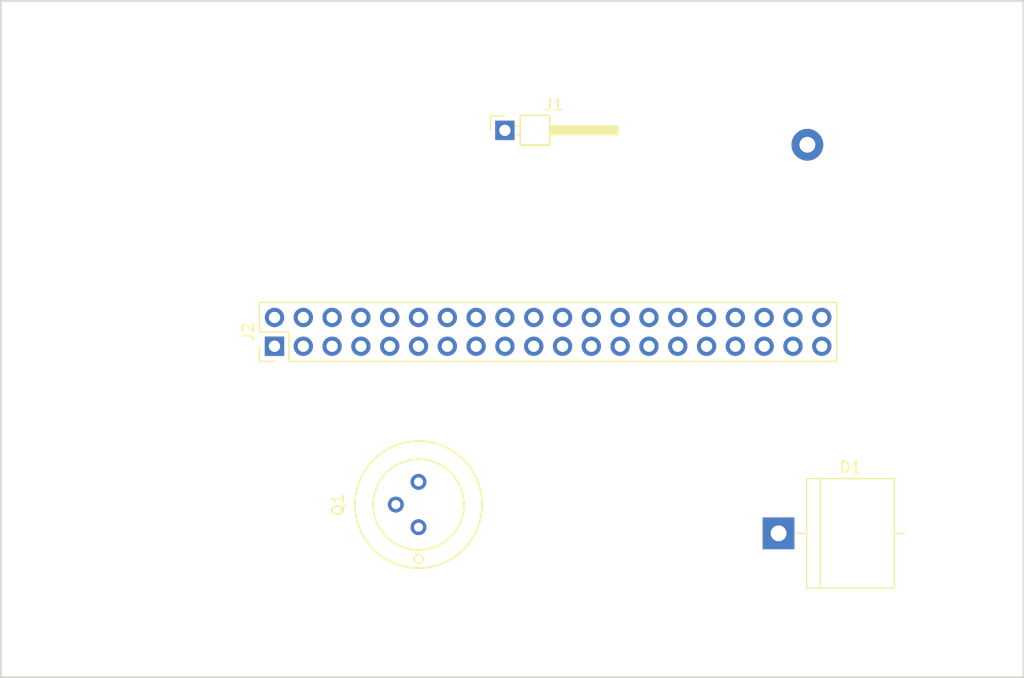
<source format=kicad_pcb>
(kicad_pcb (version 4) (host pcbnew 4.0.6-e0-6349~52~ubuntu16.10.1)

  (general
    (links 6)
    (no_connects 6)
    (area 157.404999 54.534999 247.725001 114.375001)
    (thickness 1.6)
    (drawings 4)
    (tracks 0)
    (zones 0)
    (modules 4)
    (nets 41)
  )

  (page A4)
  (layers
    (0 F.Cu signal)
    (31 B.Cu signal)
    (32 B.Adhes user)
    (33 F.Adhes user)
    (34 B.Paste user)
    (35 F.Paste user)
    (36 B.SilkS user)
    (37 F.SilkS user)
    (38 B.Mask user)
    (39 F.Mask user)
    (40 Dwgs.User user)
    (41 Cmts.User user)
    (42 Eco1.User user)
    (43 Eco2.User user)
    (44 Edge.Cuts user)
    (45 Margin user)
    (46 B.CrtYd user)
    (47 F.CrtYd user)
    (48 B.Fab user)
    (49 F.Fab user)
  )

  (setup
    (last_trace_width 0.5)
    (trace_clearance 0.4)
    (zone_clearance 0.508)
    (zone_45_only no)
    (trace_min 0.2)
    (segment_width 0.2)
    (edge_width 0.15)
    (via_size 0.6)
    (via_drill 0.4)
    (via_min_size 0.4)
    (via_min_drill 0.3)
    (uvia_size 0.3)
    (uvia_drill 0.1)
    (uvias_allowed no)
    (uvia_min_size 0.2)
    (uvia_min_drill 0.1)
    (pcb_text_width 0.3)
    (pcb_text_size 1.5 1.5)
    (mod_edge_width 0.15)
    (mod_text_size 1 1)
    (mod_text_width 0.15)
    (pad_size 1.524 1.524)
    (pad_drill 0.762)
    (pad_to_mask_clearance 0.2)
    (aux_axis_origin 0 0)
    (visible_elements FFFFFF7F)
    (pcbplotparams
      (layerselection 0x00030_80000001)
      (usegerberextensions false)
      (excludeedgelayer true)
      (linewidth 0.100000)
      (plotframeref false)
      (viasonmask false)
      (mode 1)
      (useauxorigin false)
      (hpglpennumber 1)
      (hpglpenspeed 20)
      (hpglpendiameter 15)
      (hpglpenoverlay 2)
      (psnegative false)
      (psa4output false)
      (plotreference true)
      (plotvalue true)
      (plotinvisibletext false)
      (padsonsilk false)
      (subtractmaskfromsilk false)
      (outputformat 1)
      (mirror false)
      (drillshape 1)
      (scaleselection 1)
      (outputdirectory ""))
  )

  (net 0 "")
  (net 1 GND)
  (net 2 "Net-(D1-Pad2)")
  (net 3 +3V3)
  (net 4 +5V)
  (net 5 "Net-(J2-Pad3)")
  (net 6 "Net-(J2-Pad5)")
  (net 7 "Net-(J2-Pad6)")
  (net 8 "Net-(J2-Pad7)")
  (net 9 "Net-(J2-Pad8)")
  (net 10 "Net-(J2-Pad9)")
  (net 11 "Net-(J2-Pad10)")
  (net 12 /copip)
  (net 13 /copin)
  (net 14 /conin)
  (net 15 "Net-(J2-Pad14)")
  (net 16 /conip)
  (net 17 "Net-(J2-Pad16)")
  (net 18 "Net-(J2-Pad18)")
  (net 19 "Net-(J2-Pad19)")
  (net 20 "Net-(J2-Pad20)")
  (net 21 "Net-(J2-Pad21)")
  (net 22 "Net-(J2-Pad22)")
  (net 23 "Net-(J2-Pad23)")
  (net 24 "Net-(J2-Pad24)")
  (net 25 "Net-(J2-Pad25)")
  (net 26 "Net-(J2-Pad26)")
  (net 27 "Net-(J2-Pad27)")
  (net 28 "Net-(J2-Pad28)")
  (net 29 "Net-(J2-Pad29)")
  (net 30 "Net-(J2-Pad30)")
  (net 31 "Net-(J2-Pad31)")
  (net 32 "Net-(J2-Pad32)")
  (net 33 "Net-(J2-Pad33)")
  (net 34 "Net-(J2-Pad34)")
  (net 35 "Net-(J2-Pad35)")
  (net 36 "Net-(J2-Pad36)")
  (net 37 "Net-(J2-Pad37)")
  (net 38 "Net-(J2-Pad38)")
  (net 39 "Net-(J2-Pad40)")
  (net 40 +15V)

  (net_class Default "This is the default net class."
    (clearance 0.4)
    (trace_width 0.5)
    (via_dia 0.6)
    (via_drill 0.4)
    (uvia_dia 0.3)
    (uvia_drill 0.1)
    (add_net +15V)
    (add_net +3V3)
    (add_net +5V)
    (add_net /conin)
    (add_net /conip)
    (add_net /copin)
    (add_net /copip)
    (add_net GND)
    (add_net "Net-(D1-Pad2)")
    (add_net "Net-(J2-Pad10)")
    (add_net "Net-(J2-Pad14)")
    (add_net "Net-(J2-Pad16)")
    (add_net "Net-(J2-Pad18)")
    (add_net "Net-(J2-Pad19)")
    (add_net "Net-(J2-Pad20)")
    (add_net "Net-(J2-Pad21)")
    (add_net "Net-(J2-Pad22)")
    (add_net "Net-(J2-Pad23)")
    (add_net "Net-(J2-Pad24)")
    (add_net "Net-(J2-Pad25)")
    (add_net "Net-(J2-Pad26)")
    (add_net "Net-(J2-Pad27)")
    (add_net "Net-(J2-Pad28)")
    (add_net "Net-(J2-Pad29)")
    (add_net "Net-(J2-Pad3)")
    (add_net "Net-(J2-Pad30)")
    (add_net "Net-(J2-Pad31)")
    (add_net "Net-(J2-Pad32)")
    (add_net "Net-(J2-Pad33)")
    (add_net "Net-(J2-Pad34)")
    (add_net "Net-(J2-Pad35)")
    (add_net "Net-(J2-Pad36)")
    (add_net "Net-(J2-Pad37)")
    (add_net "Net-(J2-Pad38)")
    (add_net "Net-(J2-Pad40)")
    (add_net "Net-(J2-Pad5)")
    (add_net "Net-(J2-Pad6)")
    (add_net "Net-(J2-Pad7)")
    (add_net "Net-(J2-Pad8)")
    (add_net "Net-(J2-Pad9)")
  )

  (module Diodes_THT:D_5KP_P12.70mm_Horizontal (layer F.Cu) (tedit 58E1CF00) (tstamp 58E1CE2F)
    (at 226.06 101.6)
    (descr "D, 5KP series, Axial, Horizontal, pin pitch=12.7mm, , length*diameter=7.62*9.53mm^2, , http://www.diodes.com/_files/packages/8686949.gif")
    (tags "D 5KP series Axial Horizontal pin pitch 12.7mm  length 7.62mm diameter 9.53mm")
    (path /58E1AD4D)
    (fp_text reference D1 (at 6.35 -5.825) (layer F.SilkS)
      (effects (font (size 1 1) (thickness 0.15)))
    )
    (fp_text value LED (at 6.35 5.825) (layer F.Fab)
      (effects (font (size 1 1) (thickness 0.15)))
    )
    (fp_line (start 2.54 -4.765) (end 2.54 4.765) (layer F.Fab) (width 0.1))
    (fp_line (start 2.54 4.765) (end 10.16 4.765) (layer F.Fab) (width 0.1))
    (fp_line (start 10.16 4.765) (end 10.16 -4.765) (layer F.Fab) (width 0.1))
    (fp_line (start 10.16 -4.765) (end 2.54 -4.765) (layer F.Fab) (width 0.1))
    (fp_line (start 0 0) (end 2.54 0) (layer F.Fab) (width 0.1))
    (fp_line (start 12.7 0) (end 10.16 0) (layer F.Fab) (width 0.1))
    (fp_line (start 3.683 -4.765) (end 3.683 4.765) (layer F.Fab) (width 0.1))
    (fp_line (start 2.48 -4.825) (end 2.48 4.825) (layer F.SilkS) (width 0.12))
    (fp_line (start 2.48 4.825) (end 10.22 4.825) (layer F.SilkS) (width 0.12))
    (fp_line (start 10.22 4.825) (end 10.22 -4.825) (layer F.SilkS) (width 0.12))
    (fp_line (start 10.22 -4.825) (end 2.48 -4.825) (layer F.SilkS) (width 0.12))
    (fp_line (start 1.58 0) (end 2.48 0) (layer F.SilkS) (width 0.12))
    (fp_line (start 11.12 0) (end 10.22 0) (layer F.SilkS) (width 0.12))
    (fp_line (start 3.683 -4.825) (end 3.683 4.825) (layer F.SilkS) (width 0.12))
    (fp_line (start -1.65 -5.1) (end -1.65 5.1) (layer F.CrtYd) (width 0.05))
    (fp_line (start -1.65 5.1) (end 14.35 5.1) (layer F.CrtYd) (width 0.05))
    (fp_line (start 14.35 5.1) (end 14.35 -5.1) (layer F.CrtYd) (width 0.05))
    (fp_line (start 14.35 -5.1) (end -1.65 -5.1) (layer F.CrtYd) (width 0.05))
    (pad 1 thru_hole rect (at 0 0) (size 2.8 2.8) (drill 1.4) (layers *.Cu *.Mask)
      (net 1 GND))
    (pad 2 thru_hole oval (at 2.54 -34.29) (size 2.8 2.8) (drill 1.4) (layers *.Cu *.Mask)
      (net 2 "Net-(D1-Pad2)"))
    (model Diodes_THT.3dshapes/D_5KP_P12.70mm_Horizontal.wrl
      (at (xyz 0 0 0))
      (scale (xyz 0.393701 0.393701 0.393701))
      (rotate (xyz 0 0 0))
    )
  )

  (module Pin_Headers:Pin_Header_Angled_1x01_Pitch2.54mm (layer F.Cu) (tedit 58CD4EC1) (tstamp 58E1CE34)
    (at 201.93 66.04)
    (descr "Through hole angled pin header, 1x01, 2.54mm pitch, 6mm pin length, single row")
    (tags "Through hole angled pin header THT 1x01 2.54mm single row")
    (path /58E1AF17)
    (fp_text reference J1 (at 4.315 -2.27) (layer F.SilkS)
      (effects (font (size 1 1) (thickness 0.15)))
    )
    (fp_text value CONN_01X02 (at 4.315 2.27) (layer F.Fab)
      (effects (font (size 1 1) (thickness 0.15)))
    )
    (fp_line (start 1.4 -1.27) (end 1.4 1.27) (layer F.Fab) (width 0.1))
    (fp_line (start 1.4 1.27) (end 3.9 1.27) (layer F.Fab) (width 0.1))
    (fp_line (start 3.9 1.27) (end 3.9 -1.27) (layer F.Fab) (width 0.1))
    (fp_line (start 3.9 -1.27) (end 1.4 -1.27) (layer F.Fab) (width 0.1))
    (fp_line (start 0 -0.32) (end 0 0.32) (layer F.Fab) (width 0.1))
    (fp_line (start 0 0.32) (end 9.9 0.32) (layer F.Fab) (width 0.1))
    (fp_line (start 9.9 0.32) (end 9.9 -0.32) (layer F.Fab) (width 0.1))
    (fp_line (start 9.9 -0.32) (end 0 -0.32) (layer F.Fab) (width 0.1))
    (fp_line (start 1.34 -1.33) (end 1.34 1.33) (layer F.SilkS) (width 0.12))
    (fp_line (start 1.34 1.33) (end 3.96 1.33) (layer F.SilkS) (width 0.12))
    (fp_line (start 3.96 1.33) (end 3.96 -1.33) (layer F.SilkS) (width 0.12))
    (fp_line (start 3.96 -1.33) (end 1.34 -1.33) (layer F.SilkS) (width 0.12))
    (fp_line (start 1.34 -1.33) (end 1.34 1.27) (layer F.SilkS) (width 0.12))
    (fp_line (start 1.34 1.27) (end 3.96 1.27) (layer F.SilkS) (width 0.12))
    (fp_line (start 3.96 1.27) (end 3.96 -1.33) (layer F.SilkS) (width 0.12))
    (fp_line (start 3.96 -1.33) (end 1.34 -1.33) (layer F.SilkS) (width 0.12))
    (fp_line (start 3.96 -0.38) (end 3.96 0.38) (layer F.SilkS) (width 0.12))
    (fp_line (start 3.96 0.38) (end 9.96 0.38) (layer F.SilkS) (width 0.12))
    (fp_line (start 9.96 0.38) (end 9.96 -0.38) (layer F.SilkS) (width 0.12))
    (fp_line (start 9.96 -0.38) (end 3.96 -0.38) (layer F.SilkS) (width 0.12))
    (fp_line (start 0.91 -0.38) (end 1.34 -0.38) (layer F.SilkS) (width 0.12))
    (fp_line (start 0.91 0.38) (end 1.34 0.38) (layer F.SilkS) (width 0.12))
    (fp_line (start 3.96 -0.26) (end 9.96 -0.26) (layer F.SilkS) (width 0.12))
    (fp_line (start 3.96 -0.14) (end 9.96 -0.14) (layer F.SilkS) (width 0.12))
    (fp_line (start 3.96 -0.02) (end 9.96 -0.02) (layer F.SilkS) (width 0.12))
    (fp_line (start 3.96 0.1) (end 9.96 0.1) (layer F.SilkS) (width 0.12))
    (fp_line (start 3.96 0.22) (end 9.96 0.22) (layer F.SilkS) (width 0.12))
    (fp_line (start 3.96 0.34) (end 9.96 0.34) (layer F.SilkS) (width 0.12))
    (fp_line (start -1.27 0) (end -1.27 -1.27) (layer F.SilkS) (width 0.12))
    (fp_line (start -1.27 -1.27) (end 0 -1.27) (layer F.SilkS) (width 0.12))
    (fp_line (start -1.8 -1.8) (end -1.8 1.8) (layer F.CrtYd) (width 0.05))
    (fp_line (start -1.8 1.8) (end 10.4 1.8) (layer F.CrtYd) (width 0.05))
    (fp_line (start 10.4 1.8) (end 10.4 -1.8) (layer F.CrtYd) (width 0.05))
    (fp_line (start 10.4 -1.8) (end -1.8 -1.8) (layer F.CrtYd) (width 0.05))
    (fp_text user %R (at 4.315 -2.27) (layer F.Fab)
      (effects (font (size 1 1) (thickness 0.15)))
    )
    (pad 1 thru_hole rect (at 0 0) (size 1.7 1.7) (drill 1) (layers *.Cu *.Mask)
      (net 1 GND))
    (model ${KISYS3DMOD}/Pin_Headers.3dshapes/Pin_Header_Angled_1x01_Pitch2.54mm.wrl
      (at (xyz 0 0 0))
      (scale (xyz 1 1 1))
      (rotate (xyz 0 0 90))
    )
  )

  (module Pin_Headers:Pin_Header_Straight_2x20_Pitch2.54mm (layer F.Cu) (tedit 58E1CEC2) (tstamp 58E1CE60)
    (at 181.61 85.09 90)
    (descr "Through hole straight pin header, 2x20, 2.54mm pitch, double rows")
    (tags "Through hole pin header THT 2x20 2.54mm double row")
    (path /58E1B0FC)
    (fp_text reference J2 (at 1.27 -2.33 90) (layer F.SilkS)
      (effects (font (size 1 1) (thickness 0.15)))
    )
    (fp_text value Raspberry_Pi_2_3 (at 1.27 50.59 90) (layer F.Fab)
      (effects (font (size 1 1) (thickness 0.15)))
    )
    (fp_line (start -1.27 -1.27) (end -1.27 49.53) (layer F.Fab) (width 0.1))
    (fp_line (start -1.27 49.53) (end 3.81 49.53) (layer F.Fab) (width 0.1))
    (fp_line (start 3.81 49.53) (end 3.81 -1.27) (layer F.Fab) (width 0.1))
    (fp_line (start 3.81 -1.27) (end -1.27 -1.27) (layer F.Fab) (width 0.1))
    (fp_line (start -1.33 1.27) (end -1.33 49.59) (layer F.SilkS) (width 0.12))
    (fp_line (start -1.33 49.59) (end 3.87 49.59) (layer F.SilkS) (width 0.12))
    (fp_line (start 3.87 49.59) (end 3.87 -1.33) (layer F.SilkS) (width 0.12))
    (fp_line (start 3.87 -1.33) (end 1.27 -1.33) (layer F.SilkS) (width 0.12))
    (fp_line (start 1.27 -1.33) (end 1.27 1.27) (layer F.SilkS) (width 0.12))
    (fp_line (start 1.27 1.27) (end -1.33 1.27) (layer F.SilkS) (width 0.12))
    (fp_line (start -1.33 0) (end -1.33 -1.33) (layer F.SilkS) (width 0.12))
    (fp_line (start -1.33 -1.33) (end 0 -1.33) (layer F.SilkS) (width 0.12))
    (fp_line (start -1.8 -1.8) (end -1.8 50.05) (layer F.CrtYd) (width 0.05))
    (fp_line (start -1.8 50.05) (end 4.35 50.05) (layer F.CrtYd) (width 0.05))
    (fp_line (start 4.35 50.05) (end 4.35 -1.8) (layer F.CrtYd) (width 0.05))
    (fp_line (start 4.35 -1.8) (end -1.8 -1.8) (layer F.CrtYd) (width 0.05))
    (fp_text user %R (at 1.27 -2.33 90) (layer F.Fab)
      (effects (font (size 1 1) (thickness 0.15)))
    )
    (pad 1 thru_hole rect (at 0 0 90) (size 1.7 1.7) (drill 1) (layers *.Cu *.Mask)
      (net 3 +3V3))
    (pad 2 thru_hole oval (at 2.54 0 90) (size 1.7 1.7) (drill 1) (layers *.Cu *.Mask)
      (net 4 +5V))
    (pad 3 thru_hole oval (at 0 2.54 90) (size 1.7 1.7) (drill 1) (layers *.Cu *.Mask)
      (net 5 "Net-(J2-Pad3)"))
    (pad 4 thru_hole oval (at 2.54 2.54 90) (size 1.7 1.7) (drill 1) (layers *.Cu *.Mask)
      (net 4 +5V))
    (pad 5 thru_hole oval (at 0 5.08 90) (size 1.7 1.7) (drill 1) (layers *.Cu *.Mask)
      (net 6 "Net-(J2-Pad5)"))
    (pad 6 thru_hole oval (at 2.54 5.08 90) (size 1.7 1.7) (drill 1) (layers *.Cu *.Mask)
      (net 7 "Net-(J2-Pad6)"))
    (pad 7 thru_hole oval (at 0 7.62 90) (size 1.7 1.7) (drill 1) (layers *.Cu *.Mask)
      (net 8 "Net-(J2-Pad7)"))
    (pad 8 thru_hole oval (at 2.54 7.62 90) (size 1.7 1.7) (drill 1) (layers *.Cu *.Mask)
      (net 9 "Net-(J2-Pad8)"))
    (pad 9 thru_hole oval (at 0 10.16 90) (size 1.7 1.7) (drill 1) (layers *.Cu *.Mask)
      (net 10 "Net-(J2-Pad9)"))
    (pad 10 thru_hole oval (at 2.54 10.16 90) (size 1.7 1.7) (drill 1) (layers *.Cu *.Mask)
      (net 11 "Net-(J2-Pad10)"))
    (pad 11 thru_hole oval (at 0 12.7 90) (size 1.7 1.7) (drill 1) (layers *.Cu *.Mask)
      (net 12 /copip))
    (pad 12 thru_hole oval (at 2.54 12.7 90) (size 1.7 1.7) (drill 1) (layers *.Cu *.Mask)
      (net 13 /copin))
    (pad 13 thru_hole oval (at 0 15.24 90) (size 1.7 1.7) (drill 1) (layers *.Cu *.Mask)
      (net 14 /conin))
    (pad 14 thru_hole oval (at 2.54 15.24 90) (size 1.7 1.7) (drill 1) (layers *.Cu *.Mask)
      (net 15 "Net-(J2-Pad14)"))
    (pad 15 thru_hole oval (at 0 17.78 90) (size 1.7 1.7) (drill 1) (layers *.Cu *.Mask)
      (net 16 /conip))
    (pad 16 thru_hole oval (at 2.54 17.78 90) (size 1.7 1.7) (drill 1) (layers *.Cu *.Mask)
      (net 17 "Net-(J2-Pad16)"))
    (pad 17 thru_hole oval (at 0 20.32 90) (size 1.7 1.7) (drill 1) (layers *.Cu *.Mask)
      (net 3 +3V3))
    (pad 18 thru_hole oval (at 2.54 20.32 90) (size 1.7 1.7) (drill 1) (layers *.Cu *.Mask)
      (net 18 "Net-(J2-Pad18)"))
    (pad 19 thru_hole oval (at 0 22.86 90) (size 1.7 1.7) (drill 1) (layers *.Cu *.Mask)
      (net 19 "Net-(J2-Pad19)"))
    (pad 20 thru_hole oval (at 2.54 22.86 90) (size 1.7 1.7) (drill 1) (layers *.Cu *.Mask)
      (net 20 "Net-(J2-Pad20)"))
    (pad 21 thru_hole oval (at 0 25.4 90) (size 1.7 1.7) (drill 1) (layers *.Cu *.Mask)
      (net 21 "Net-(J2-Pad21)"))
    (pad 22 thru_hole oval (at 2.54 25.4 90) (size 1.7 1.7) (drill 1) (layers *.Cu *.Mask)
      (net 22 "Net-(J2-Pad22)"))
    (pad 23 thru_hole oval (at 0 27.94 90) (size 1.7 1.7) (drill 1) (layers *.Cu *.Mask)
      (net 23 "Net-(J2-Pad23)"))
    (pad 24 thru_hole oval (at 2.54 27.94 90) (size 1.7 1.7) (drill 1) (layers *.Cu *.Mask)
      (net 24 "Net-(J2-Pad24)"))
    (pad 25 thru_hole oval (at 0 30.48 90) (size 1.7 1.7) (drill 1) (layers *.Cu *.Mask)
      (net 25 "Net-(J2-Pad25)"))
    (pad 26 thru_hole oval (at 2.54 30.48 90) (size 1.7 1.7) (drill 1) (layers *.Cu *.Mask)
      (net 26 "Net-(J2-Pad26)"))
    (pad 27 thru_hole oval (at 0 33.02 90) (size 1.7 1.7) (drill 1) (layers *.Cu *.Mask)
      (net 27 "Net-(J2-Pad27)"))
    (pad 28 thru_hole oval (at 2.54 33.02 90) (size 1.7 1.7) (drill 1) (layers *.Cu *.Mask)
      (net 28 "Net-(J2-Pad28)"))
    (pad 29 thru_hole oval (at 0 35.56 90) (size 1.7 1.7) (drill 1) (layers *.Cu *.Mask)
      (net 29 "Net-(J2-Pad29)"))
    (pad 30 thru_hole oval (at 2.54 35.56 90) (size 1.7 1.7) (drill 1) (layers *.Cu *.Mask)
      (net 30 "Net-(J2-Pad30)"))
    (pad 31 thru_hole oval (at 0 38.1 90) (size 1.7 1.7) (drill 1) (layers *.Cu *.Mask)
      (net 31 "Net-(J2-Pad31)"))
    (pad 32 thru_hole oval (at 2.54 38.1 90) (size 1.7 1.7) (drill 1) (layers *.Cu *.Mask)
      (net 32 "Net-(J2-Pad32)"))
    (pad 33 thru_hole oval (at 0 40.64 90) (size 1.7 1.7) (drill 1) (layers *.Cu *.Mask)
      (net 33 "Net-(J2-Pad33)"))
    (pad 34 thru_hole oval (at 2.54 40.64 90) (size 1.7 1.7) (drill 1) (layers *.Cu *.Mask)
      (net 34 "Net-(J2-Pad34)"))
    (pad 35 thru_hole oval (at 0 43.18 90) (size 1.7 1.7) (drill 1) (layers *.Cu *.Mask)
      (net 35 "Net-(J2-Pad35)"))
    (pad 36 thru_hole oval (at 2.54 43.18 90) (size 1.7 1.7) (drill 1) (layers *.Cu *.Mask)
      (net 36 "Net-(J2-Pad36)"))
    (pad 37 thru_hole oval (at 0 45.72 90) (size 1.7 1.7) (drill 1) (layers *.Cu *.Mask)
      (net 37 "Net-(J2-Pad37)"))
    (pad 38 thru_hole oval (at 2.54 45.72 90) (size 1.7 1.7) (drill 1) (layers *.Cu *.Mask)
      (net 38 "Net-(J2-Pad38)"))
    (pad 39 thru_hole oval (at 0 48.26 90) (size 1.7 1.7) (drill 1) (layers *.Cu *.Mask)
      (net 1 GND))
    (pad 40 thru_hole oval (at 2.54 48.26 90) (size 1.7 1.7) (drill 1) (layers *.Cu *.Mask)
      (net 39 "Net-(J2-Pad40)"))
    (model ${KISYS3DMOD}/Pin_Headers.3dshapes/Pin_Header_Straight_2x20_Pitch2.54mm.wrl
      (at (xyz 0.05 -0.95 0))
      (scale (xyz 1 1 1))
      (rotate (xyz 0 0 90))
    )
  )

  (module Transistors_OldSowjetAera:OldSowjetaera_Transistor_Type-II_SmallPads (layer F.Cu) (tedit 0) (tstamp 58E1CE67)
    (at 194.31 99.06 90)
    (path /58E1C1BD)
    (fp_text reference Q1 (at 0 -7.1 90) (layer F.SilkS)
      (effects (font (size 1 1) (thickness 0.15)))
    )
    (fp_text value Q_NPN_ECB (at 0.1 7.6 90) (layer F.Fab)
      (effects (font (size 1 1) (thickness 0.15)))
    )
    (fp_circle (center -4.8 0) (end -4.8 0.4) (layer F.SilkS) (width 0.15))
    (fp_circle (center 0 0) (end 4 0) (layer F.SilkS) (width 0.15))
    (fp_circle (center 0 0) (end 5.6 0) (layer F.SilkS) (width 0.15))
    (pad 2 thru_hole circle (at 0 -2 90) (size 1.4 1.4) (drill 0.8) (layers *.Cu *.Mask)
      (net 40 +15V))
    (pad 1 thru_hole circle (at -2 0 90) (size 1.4 1.4) (drill 0.8) (layers *.Cu *.Mask)
      (net 2 "Net-(D1-Pad2)"))
    (pad 3 thru_hole circle (at 2 0 90) (size 1.4 1.4) (drill 0.8) (layers *.Cu *.Mask)
      (net 12 /copip))
    (model Transistors_OldSowjetAera.3dshapes/OldSowjetaera_Transistor_Type-II_SmallPads.wrl
      (at (xyz 0 0 0))
      (scale (xyz 0.3937 0.3937 0.3937))
      (rotate (xyz 0 0 0))
    )
  )

  (gr_line (start 157.48 114.3) (end 157.48 54.61) (angle 90) (layer Edge.Cuts) (width 0.15))
  (gr_line (start 247.65 114.3) (end 157.48 114.3) (angle 90) (layer Edge.Cuts) (width 0.15))
  (gr_line (start 247.65 54.61) (end 247.65 114.3) (angle 90) (layer Edge.Cuts) (width 0.15))
  (gr_line (start 157.48 54.61) (end 247.65 54.61) (angle 90) (layer Edge.Cuts) (width 0.15))

  (zone (net 1) (net_name GND) (layer B.Cu) (tstamp 58E1D020) (hatch edge 0.508)
    (connect_pads (clearance 0.508))
    (min_thickness 0.254)
    (fill (arc_segments 16) (thermal_gap 0.508) (thermal_bridge_width 0.508))
    (polygon
      (pts
        (xy 246.38 113.03) (xy 158.75 113.03) (xy 158.75 55.88) (xy 246.38 55.88)
      )
    )
  )
)

</source>
